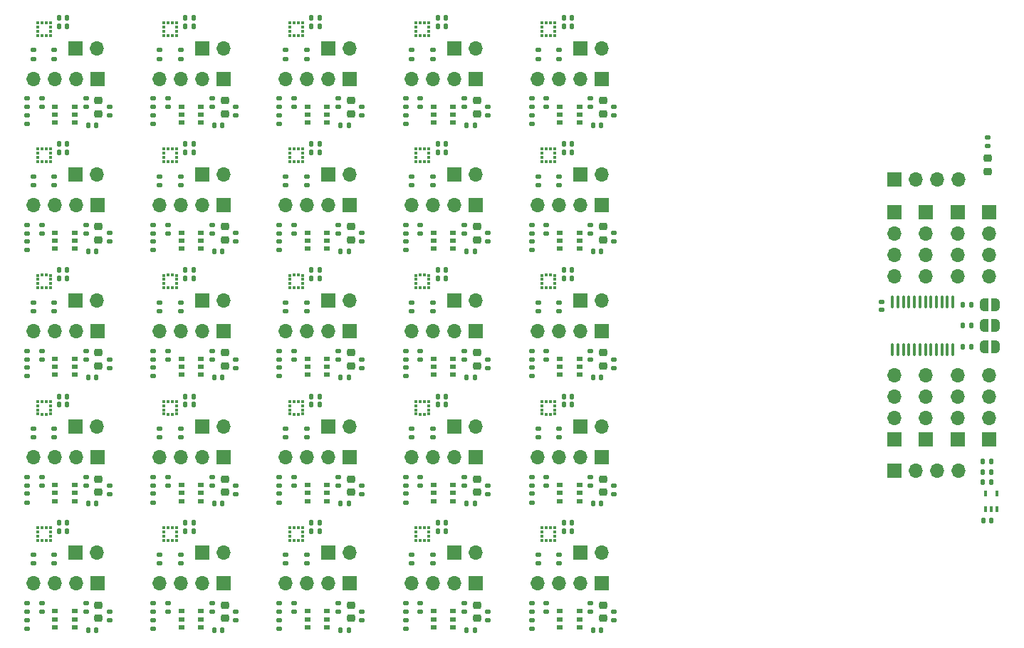
<source format=gbr>
%TF.GenerationSoftware,KiCad,Pcbnew,7.0.1*%
%TF.CreationDate,2025-01-23T23:42:59-05:00*%
%TF.ProjectId,Combined_Stencil2,436f6d62-696e-4656-945f-5374656e6369,rev?*%
%TF.SameCoordinates,Original*%
%TF.FileFunction,Soldermask,Top*%
%TF.FilePolarity,Negative*%
%FSLAX46Y46*%
G04 Gerber Fmt 4.6, Leading zero omitted, Abs format (unit mm)*
G04 Created by KiCad (PCBNEW 7.0.1) date 2025-01-23 23:42:59*
%MOMM*%
%LPD*%
G01*
G04 APERTURE LIST*
G04 Aperture macros list*
%AMRoundRect*
0 Rectangle with rounded corners*
0 $1 Rounding radius*
0 $2 $3 $4 $5 $6 $7 $8 $9 X,Y pos of 4 corners*
0 Add a 4 corners polygon primitive as box body*
4,1,4,$2,$3,$4,$5,$6,$7,$8,$9,$2,$3,0*
0 Add four circle primitives for the rounded corners*
1,1,$1+$1,$2,$3*
1,1,$1+$1,$4,$5*
1,1,$1+$1,$6,$7*
1,1,$1+$1,$8,$9*
0 Add four rect primitives between the rounded corners*
20,1,$1+$1,$2,$3,$4,$5,0*
20,1,$1+$1,$4,$5,$6,$7,0*
20,1,$1+$1,$6,$7,$8,$9,0*
20,1,$1+$1,$8,$9,$2,$3,0*%
%AMFreePoly0*
4,1,19,0.500000,-0.750000,0.000000,-0.750000,0.000000,-0.744911,-0.071157,-0.744911,-0.207708,-0.704816,-0.327430,-0.627875,-0.420627,-0.520320,-0.479746,-0.390866,-0.500000,-0.250000,-0.500000,0.250000,-0.479746,0.390866,-0.420627,0.520320,-0.327430,0.627875,-0.207708,0.704816,-0.071157,0.744911,0.000000,0.744911,0.000000,0.750000,0.500000,0.750000,0.500000,-0.750000,0.500000,-0.750000,
$1*%
%AMFreePoly1*
4,1,19,0.000000,0.744911,0.071157,0.744911,0.207708,0.704816,0.327430,0.627875,0.420627,0.520320,0.479746,0.390866,0.500000,0.250000,0.500000,-0.250000,0.479746,-0.390866,0.420627,-0.520320,0.327430,-0.627875,0.207708,-0.704816,0.071157,-0.744911,0.000000,-0.744911,0.000000,-0.750000,-0.500000,-0.750000,-0.500000,0.750000,0.000000,0.750000,0.000000,0.744911,0.000000,0.744911,
$1*%
G04 Aperture macros list end*
%ADD10R,1.700000X1.700000*%
%ADD11O,1.700000X1.700000*%
%ADD12FreePoly0,180.000000*%
%ADD13FreePoly1,180.000000*%
%ADD14RoundRect,0.135000X-0.135000X-0.185000X0.135000X-0.185000X0.135000X0.185000X-0.135000X0.185000X0*%
%ADD15RoundRect,0.140000X-0.140000X-0.170000X0.140000X-0.170000X0.140000X0.170000X-0.140000X0.170000X0*%
%ADD16RoundRect,0.135000X0.135000X0.185000X-0.135000X0.185000X-0.135000X-0.185000X0.135000X-0.185000X0*%
%ADD17RoundRect,0.218750X-0.256250X0.218750X-0.256250X-0.218750X0.256250X-0.218750X0.256250X0.218750X0*%
%ADD18RoundRect,0.100000X0.100000X-0.637500X0.100000X0.637500X-0.100000X0.637500X-0.100000X-0.637500X0*%
%ADD19RoundRect,0.140000X-0.170000X0.140000X-0.170000X-0.140000X0.170000X-0.140000X0.170000X0.140000X0*%
%ADD20R,0.400000X0.650000*%
%ADD21RoundRect,0.135000X0.185000X-0.135000X0.185000X0.135000X-0.185000X0.135000X-0.185000X-0.135000X0*%
%ADD22RoundRect,0.140000X0.140000X0.170000X-0.140000X0.170000X-0.140000X-0.170000X0.140000X-0.170000X0*%
%ADD23RoundRect,0.135000X-0.185000X0.135000X-0.185000X-0.135000X0.185000X-0.135000X0.185000X0.135000X0*%
%ADD24R,0.375000X0.350000*%
%ADD25R,0.350000X0.375000*%
%ADD26R,0.700000X0.510000*%
%ADD27RoundRect,0.218750X0.256250X-0.218750X0.256250X0.218750X-0.256250X0.218750X-0.256250X-0.218750X0*%
G04 APERTURE END LIST*
D10*
%TO.C,J4*%
X141880000Y-81750000D03*
D11*
X141880000Y-79210000D03*
X141880000Y-76670000D03*
X141880000Y-74130000D03*
%TD*%
D12*
%TO.C,JP1*%
X146380000Y-70750000D03*
D13*
X145080000Y-70750000D03*
%TD*%
D14*
%TO.C,R7*%
X142470000Y-70750000D03*
X143490000Y-70750000D03*
%TD*%
%TO.C,R6*%
X142480000Y-68250000D03*
X143500000Y-68250000D03*
%TD*%
D15*
%TO.C,C2*%
X144900000Y-86880000D03*
X145860000Y-86880000D03*
%TD*%
D10*
%TO.C,J10*%
X134380000Y-50875000D03*
D11*
X136920000Y-50875000D03*
X139460000Y-50875000D03*
X142000000Y-50875000D03*
%TD*%
D10*
%TO.C,J6*%
X145630000Y-54750000D03*
D11*
X145630000Y-57290000D03*
X145630000Y-59830000D03*
X145630000Y-62370000D03*
%TD*%
D10*
%TO.C,J9*%
X134380000Y-54750000D03*
D11*
X134380000Y-57290000D03*
X134380000Y-59830000D03*
X134380000Y-62370000D03*
%TD*%
D16*
%TO.C,R1*%
X145900000Y-85630000D03*
X144880000Y-85630000D03*
%TD*%
D10*
%TO.C,J1*%
X134380000Y-85500000D03*
D11*
X136920000Y-85500000D03*
X139460000Y-85500000D03*
X142000000Y-85500000D03*
%TD*%
D12*
%TO.C,JP3*%
X146380000Y-65750000D03*
D13*
X145080000Y-65750000D03*
%TD*%
D12*
%TO.C,JP2*%
X146380000Y-68250000D03*
D13*
X145080000Y-68250000D03*
%TD*%
D17*
%TO.C,D1*%
X145480000Y-48342500D03*
X145480000Y-49917500D03*
%TD*%
D18*
%TO.C,U6*%
X134155000Y-71112500D03*
X134805000Y-71112500D03*
X135455000Y-71112500D03*
X136105000Y-71112500D03*
X136755000Y-71112500D03*
X137405000Y-71112500D03*
X138055000Y-71112500D03*
X138705000Y-71112500D03*
X139355000Y-71112500D03*
X140005000Y-71112500D03*
X140655000Y-71112500D03*
X141305000Y-71112500D03*
X141305000Y-65387500D03*
X140655000Y-65387500D03*
X140005000Y-65387500D03*
X139355000Y-65387500D03*
X138705000Y-65387500D03*
X138055000Y-65387500D03*
X137405000Y-65387500D03*
X136755000Y-65387500D03*
X136105000Y-65387500D03*
X135455000Y-65387500D03*
X134805000Y-65387500D03*
X134155000Y-65387500D03*
%TD*%
D10*
%TO.C,J3*%
X138130000Y-81750000D03*
D11*
X138130000Y-79210000D03*
X138130000Y-76670000D03*
X138130000Y-74130000D03*
%TD*%
D15*
%TO.C,C1*%
X144920000Y-91380000D03*
X145880000Y-91380000D03*
%TD*%
D10*
%TO.C,J2*%
X134380000Y-81750000D03*
D11*
X134380000Y-79210000D03*
X134380000Y-76670000D03*
X134380000Y-74130000D03*
%TD*%
D14*
%TO.C,R5*%
X142480000Y-65750000D03*
X143500000Y-65750000D03*
%TD*%
D19*
%TO.C,C5*%
X132880000Y-65400000D03*
X132880000Y-66360000D03*
%TD*%
D10*
%TO.C,J7*%
X141880000Y-54750000D03*
D11*
X141880000Y-57290000D03*
X141880000Y-59830000D03*
X141880000Y-62370000D03*
%TD*%
D16*
%TO.C,R2*%
X145900000Y-84380000D03*
X144880000Y-84380000D03*
%TD*%
D10*
%TO.C,J5*%
X145630000Y-81750000D03*
D11*
X145630000Y-79210000D03*
X145630000Y-76670000D03*
X145630000Y-74130000D03*
%TD*%
D20*
%TO.C,U2*%
X145230000Y-90080000D03*
X145880000Y-90080000D03*
X146530000Y-90080000D03*
X146530000Y-88180000D03*
X145230000Y-88180000D03*
%TD*%
D10*
%TO.C,J8*%
X138130000Y-54750000D03*
D11*
X138130000Y-57290000D03*
X138130000Y-59830000D03*
X138130000Y-62370000D03*
%TD*%
D21*
%TO.C,R3*%
X145480000Y-46910000D03*
X145480000Y-45890000D03*
%TD*%
D10*
%TO.C,J1*%
X54600000Y-53900000D03*
D11*
X52060000Y-53900000D03*
X49520000Y-53900000D03*
X46980000Y-53900000D03*
%TD*%
D10*
%TO.C,J1*%
X69600000Y-98900000D03*
D11*
X67060000Y-98900000D03*
X64520000Y-98900000D03*
X61980000Y-98900000D03*
%TD*%
D10*
%TO.C,J1*%
X99600000Y-53900000D03*
D11*
X97060000Y-53900000D03*
X94520000Y-53900000D03*
X91980000Y-53900000D03*
%TD*%
D21*
%TO.C,R4*%
X61260000Y-89260000D03*
X61260000Y-88240000D03*
%TD*%
D22*
%TO.C,C2*%
X96030000Y-92650000D03*
X95070000Y-92650000D03*
%TD*%
D10*
%TO.C,J1*%
X39600000Y-53900000D03*
D11*
X37060000Y-53900000D03*
X34520000Y-53900000D03*
X31980000Y-53900000D03*
%TD*%
D10*
%TO.C,J1*%
X69600000Y-83900000D03*
D11*
X67060000Y-83900000D03*
X64520000Y-83900000D03*
X61980000Y-83900000D03*
%TD*%
D21*
%TO.C,R4*%
X46260000Y-89260000D03*
X46260000Y-88240000D03*
%TD*%
D10*
%TO.C,J1*%
X39600000Y-83900000D03*
D11*
X37060000Y-83900000D03*
X34520000Y-83900000D03*
X31980000Y-83900000D03*
%TD*%
D23*
%TO.C,R2*%
X91250000Y-101240000D03*
X91250000Y-102260000D03*
%TD*%
D21*
%TO.C,R6*%
X64500000Y-81510000D03*
X64500000Y-80490000D03*
%TD*%
D23*
%TO.C,R2*%
X61250000Y-56240000D03*
X61250000Y-57260000D03*
%TD*%
D24*
%TO.C,U2*%
X32487500Y-62250000D03*
X32487500Y-62750000D03*
X32487500Y-63250000D03*
X32487500Y-63750000D03*
D25*
X33000000Y-63762500D03*
X33500000Y-63762500D03*
D24*
X34012500Y-63750000D03*
X34012500Y-63250000D03*
X34012500Y-62750000D03*
X34012500Y-62250000D03*
D25*
X33500000Y-62237500D03*
X33000000Y-62237500D03*
%TD*%
D22*
%TO.C,C1*%
X54480000Y-104425000D03*
X53520000Y-104425000D03*
%TD*%
D24*
%TO.C,U2*%
X32487500Y-32250000D03*
X32487500Y-32750000D03*
X32487500Y-33250000D03*
X32487500Y-33750000D03*
D25*
X33000000Y-33762500D03*
X33500000Y-33762500D03*
D24*
X34012500Y-33750000D03*
X34012500Y-33250000D03*
X34012500Y-32750000D03*
X34012500Y-32250000D03*
D25*
X33500000Y-32237500D03*
X33000000Y-32237500D03*
%TD*%
D22*
%TO.C,C2*%
X66030000Y-92650000D03*
X65070000Y-92650000D03*
%TD*%
D21*
%TO.C,R5*%
X86050000Y-43260000D03*
X86050000Y-42240000D03*
%TD*%
D24*
%TO.C,U2*%
X32487500Y-47250000D03*
X32487500Y-47750000D03*
X32487500Y-48250000D03*
X32487500Y-48750000D03*
D25*
X33000000Y-48762500D03*
X33500000Y-48762500D03*
D24*
X34012500Y-48750000D03*
X34012500Y-48250000D03*
X34012500Y-47750000D03*
X34012500Y-47250000D03*
D25*
X33500000Y-47237500D03*
X33000000Y-47237500D03*
%TD*%
D21*
%TO.C,R4*%
X46260000Y-59260000D03*
X46260000Y-58240000D03*
%TD*%
%TO.C,R3*%
X98250000Y-42260000D03*
X98250000Y-41240000D03*
%TD*%
%TO.C,R3*%
X98250000Y-102260000D03*
X98250000Y-101240000D03*
%TD*%
D22*
%TO.C,C2*%
X51030000Y-32650000D03*
X50070000Y-32650000D03*
%TD*%
D23*
%TO.C,R1*%
X63000000Y-71240000D03*
X63000000Y-72260000D03*
%TD*%
D22*
%TO.C,C3*%
X81030000Y-46650000D03*
X80070000Y-46650000D03*
%TD*%
D26*
%TO.C,U1*%
X94590000Y-72200000D03*
X94590000Y-73150000D03*
X94590000Y-74100000D03*
X96910000Y-74100000D03*
X96910000Y-73150000D03*
X96910000Y-72200000D03*
%TD*%
%TO.C,U1*%
X34590000Y-87200000D03*
X34590000Y-88150000D03*
X34590000Y-89100000D03*
X36910000Y-89100000D03*
X36910000Y-88150000D03*
X36910000Y-87200000D03*
%TD*%
D24*
%TO.C,U2*%
X32487500Y-77250000D03*
X32487500Y-77750000D03*
X32487500Y-78250000D03*
X32487500Y-78750000D03*
D25*
X33000000Y-78762500D03*
X33500000Y-78762500D03*
D24*
X34012500Y-78750000D03*
X34012500Y-78250000D03*
X34012500Y-77750000D03*
X34012500Y-77250000D03*
D25*
X33500000Y-77237500D03*
X33000000Y-77237500D03*
%TD*%
D21*
%TO.C,R7*%
X32000000Y-66510000D03*
X32000000Y-65490000D03*
%TD*%
D24*
%TO.C,U2*%
X92487500Y-92250000D03*
X92487500Y-92750000D03*
X92487500Y-93250000D03*
X92487500Y-93750000D03*
D25*
X93000000Y-93762500D03*
X93500000Y-93762500D03*
D24*
X94012500Y-93750000D03*
X94012500Y-93250000D03*
X94012500Y-92750000D03*
X94012500Y-92250000D03*
D25*
X93500000Y-92237500D03*
X93000000Y-92237500D03*
%TD*%
D23*
%TO.C,R2*%
X61250000Y-86240000D03*
X61250000Y-87260000D03*
%TD*%
%TO.C,R2*%
X76250000Y-56240000D03*
X76250000Y-57260000D03*
%TD*%
D10*
%TO.C,J2*%
X37040000Y-35250000D03*
D11*
X39580000Y-35250000D03*
%TD*%
D21*
%TO.C,R4*%
X31260000Y-44260000D03*
X31260000Y-43240000D03*
%TD*%
%TO.C,R4*%
X91260000Y-89260000D03*
X91260000Y-88240000D03*
%TD*%
D27*
%TO.C,D1*%
X54750000Y-58037500D03*
X54750000Y-56462500D03*
%TD*%
D21*
%TO.C,R6*%
X94500000Y-81510000D03*
X94500000Y-80490000D03*
%TD*%
D23*
%TO.C,R1*%
X78000000Y-56240000D03*
X78000000Y-57260000D03*
%TD*%
D10*
%TO.C,J2*%
X97040000Y-35250000D03*
D11*
X99580000Y-35250000D03*
%TD*%
D10*
%TO.C,J2*%
X67040000Y-80250000D03*
D11*
X69580000Y-80250000D03*
%TD*%
D21*
%TO.C,R4*%
X46260000Y-44260000D03*
X46260000Y-43240000D03*
%TD*%
D23*
%TO.C,R1*%
X78000000Y-41240000D03*
X78000000Y-42260000D03*
%TD*%
D21*
%TO.C,R5*%
X71050000Y-58260000D03*
X71050000Y-57240000D03*
%TD*%
D22*
%TO.C,C1*%
X39480000Y-44425000D03*
X38520000Y-44425000D03*
%TD*%
D21*
%TO.C,R6*%
X79500000Y-96510000D03*
X79500000Y-95490000D03*
%TD*%
D10*
%TO.C,J2*%
X82040000Y-95250000D03*
D11*
X84580000Y-95250000D03*
%TD*%
D22*
%TO.C,C3*%
X36030000Y-61650000D03*
X35070000Y-61650000D03*
%TD*%
D21*
%TO.C,R4*%
X76260000Y-104260000D03*
X76260000Y-103240000D03*
%TD*%
D22*
%TO.C,C3*%
X36030000Y-91650000D03*
X35070000Y-91650000D03*
%TD*%
%TO.C,C2*%
X51030000Y-92650000D03*
X50070000Y-92650000D03*
%TD*%
%TO.C,C3*%
X96030000Y-76650000D03*
X95070000Y-76650000D03*
%TD*%
%TO.C,C2*%
X36030000Y-62650000D03*
X35070000Y-62650000D03*
%TD*%
%TO.C,C1*%
X84480000Y-89425000D03*
X83520000Y-89425000D03*
%TD*%
D21*
%TO.C,R4*%
X31260000Y-74260000D03*
X31260000Y-73240000D03*
%TD*%
D27*
%TO.C,D1*%
X99750000Y-73037500D03*
X99750000Y-71462500D03*
%TD*%
D26*
%TO.C,U1*%
X34590000Y-57200000D03*
X34590000Y-58150000D03*
X34590000Y-59100000D03*
X36910000Y-59100000D03*
X36910000Y-58150000D03*
X36910000Y-57200000D03*
%TD*%
D22*
%TO.C,C2*%
X81030000Y-62650000D03*
X80070000Y-62650000D03*
%TD*%
D21*
%TO.C,R4*%
X31260000Y-59260000D03*
X31260000Y-58240000D03*
%TD*%
D27*
%TO.C,D1*%
X69750000Y-73037500D03*
X69750000Y-71462500D03*
%TD*%
D23*
%TO.C,R2*%
X91250000Y-86240000D03*
X91250000Y-87260000D03*
%TD*%
D24*
%TO.C,U2*%
X77487500Y-47250000D03*
X77487500Y-47750000D03*
X77487500Y-48250000D03*
X77487500Y-48750000D03*
D25*
X78000000Y-48762500D03*
X78500000Y-48762500D03*
D24*
X79012500Y-48750000D03*
X79012500Y-48250000D03*
X79012500Y-47750000D03*
X79012500Y-47250000D03*
D25*
X78500000Y-47237500D03*
X78000000Y-47237500D03*
%TD*%
D21*
%TO.C,R6*%
X49500000Y-36510000D03*
X49500000Y-35490000D03*
%TD*%
%TO.C,R4*%
X46260000Y-74260000D03*
X46260000Y-73240000D03*
%TD*%
D22*
%TO.C,C3*%
X66030000Y-31650000D03*
X65070000Y-31650000D03*
%TD*%
D24*
%TO.C,U2*%
X47487500Y-77250000D03*
X47487500Y-77750000D03*
X47487500Y-78250000D03*
X47487500Y-78750000D03*
D25*
X48000000Y-78762500D03*
X48500000Y-78762500D03*
D24*
X49012500Y-78750000D03*
X49012500Y-78250000D03*
X49012500Y-77750000D03*
X49012500Y-77250000D03*
D25*
X48500000Y-77237500D03*
X48000000Y-77237500D03*
%TD*%
D21*
%TO.C,R6*%
X94500000Y-36510000D03*
X94500000Y-35490000D03*
%TD*%
D22*
%TO.C,C3*%
X81030000Y-31650000D03*
X80070000Y-31650000D03*
%TD*%
D21*
%TO.C,R3*%
X83250000Y-102260000D03*
X83250000Y-101240000D03*
%TD*%
%TO.C,R6*%
X49500000Y-51510000D03*
X49500000Y-50490000D03*
%TD*%
D24*
%TO.C,U2*%
X92487500Y-77250000D03*
X92487500Y-77750000D03*
X92487500Y-78250000D03*
X92487500Y-78750000D03*
D25*
X93000000Y-78762500D03*
X93500000Y-78762500D03*
D24*
X94012500Y-78750000D03*
X94012500Y-78250000D03*
X94012500Y-77750000D03*
X94012500Y-77250000D03*
D25*
X93500000Y-77237500D03*
X93000000Y-77237500D03*
%TD*%
D23*
%TO.C,R2*%
X91250000Y-56240000D03*
X91250000Y-57260000D03*
%TD*%
D10*
%TO.C,J2*%
X37040000Y-80250000D03*
D11*
X39580000Y-80250000D03*
%TD*%
D22*
%TO.C,C1*%
X54480000Y-89425000D03*
X53520000Y-89425000D03*
%TD*%
D21*
%TO.C,R4*%
X31260000Y-89260000D03*
X31260000Y-88240000D03*
%TD*%
D22*
%TO.C,C3*%
X96030000Y-91650000D03*
X95070000Y-91650000D03*
%TD*%
D26*
%TO.C,U1*%
X49590000Y-42200000D03*
X49590000Y-43150000D03*
X49590000Y-44100000D03*
X51910000Y-44100000D03*
X51910000Y-43150000D03*
X51910000Y-42200000D03*
%TD*%
D21*
%TO.C,R5*%
X41050000Y-73260000D03*
X41050000Y-72240000D03*
%TD*%
D10*
%TO.C,J2*%
X67040000Y-50250000D03*
D11*
X69580000Y-50250000D03*
%TD*%
D22*
%TO.C,C2*%
X81030000Y-47650000D03*
X80070000Y-47650000D03*
%TD*%
D21*
%TO.C,R7*%
X77000000Y-36510000D03*
X77000000Y-35490000D03*
%TD*%
D27*
%TO.C,D1*%
X54750000Y-103037500D03*
X54750000Y-101462500D03*
%TD*%
D21*
%TO.C,R3*%
X68250000Y-87260000D03*
X68250000Y-86240000D03*
%TD*%
D23*
%TO.C,R2*%
X46250000Y-86240000D03*
X46250000Y-87260000D03*
%TD*%
D22*
%TO.C,C1*%
X39480000Y-104425000D03*
X38520000Y-104425000D03*
%TD*%
D10*
%TO.C,J1*%
X54600000Y-38900000D03*
D11*
X52060000Y-38900000D03*
X49520000Y-38900000D03*
X46980000Y-38900000D03*
%TD*%
D10*
%TO.C,J1*%
X99600000Y-98900000D03*
D11*
X97060000Y-98900000D03*
X94520000Y-98900000D03*
X91980000Y-98900000D03*
%TD*%
D10*
%TO.C,J1*%
X84600000Y-83900000D03*
D11*
X82060000Y-83900000D03*
X79520000Y-83900000D03*
X76980000Y-83900000D03*
%TD*%
D10*
%TO.C,J1*%
X84600000Y-38900000D03*
D11*
X82060000Y-38900000D03*
X79520000Y-38900000D03*
X76980000Y-38900000D03*
%TD*%
D10*
%TO.C,J1*%
X54600000Y-68900000D03*
D11*
X52060000Y-68900000D03*
X49520000Y-68900000D03*
X46980000Y-68900000D03*
%TD*%
D10*
%TO.C,J1*%
X54600000Y-83900000D03*
D11*
X52060000Y-83900000D03*
X49520000Y-83900000D03*
X46980000Y-83900000D03*
%TD*%
D10*
%TO.C,J1*%
X84600000Y-98900000D03*
D11*
X82060000Y-98900000D03*
X79520000Y-98900000D03*
X76980000Y-98900000D03*
%TD*%
D10*
%TO.C,J1*%
X39600000Y-68900000D03*
D11*
X37060000Y-68900000D03*
X34520000Y-68900000D03*
X31980000Y-68900000D03*
%TD*%
D10*
%TO.C,J1*%
X54600000Y-98900000D03*
D11*
X52060000Y-98900000D03*
X49520000Y-98900000D03*
X46980000Y-98900000D03*
%TD*%
D10*
%TO.C,J1*%
X69600000Y-53900000D03*
D11*
X67060000Y-53900000D03*
X64520000Y-53900000D03*
X61980000Y-53900000D03*
%TD*%
D10*
%TO.C,J1*%
X99600000Y-68900000D03*
D11*
X97060000Y-68900000D03*
X94520000Y-68900000D03*
X91980000Y-68900000D03*
%TD*%
D10*
%TO.C,J1*%
X39600000Y-38900000D03*
D11*
X37060000Y-38900000D03*
X34520000Y-38900000D03*
X31980000Y-38900000D03*
%TD*%
D10*
%TO.C,J1*%
X69600000Y-68900000D03*
D11*
X67060000Y-68900000D03*
X64520000Y-68900000D03*
X61980000Y-68900000D03*
%TD*%
D10*
%TO.C,J1*%
X84600000Y-53900000D03*
D11*
X82060000Y-53900000D03*
X79520000Y-53900000D03*
X76980000Y-53900000D03*
%TD*%
D10*
%TO.C,J1*%
X99600000Y-83900000D03*
D11*
X97060000Y-83900000D03*
X94520000Y-83900000D03*
X91980000Y-83900000D03*
%TD*%
D10*
%TO.C,J1*%
X84600000Y-68900000D03*
D11*
X82060000Y-68900000D03*
X79520000Y-68900000D03*
X76980000Y-68900000D03*
%TD*%
D10*
%TO.C,J1*%
X99600000Y-38900000D03*
D11*
X97060000Y-38900000D03*
X94520000Y-38900000D03*
X91980000Y-38900000D03*
%TD*%
D10*
%TO.C,J1*%
X39600000Y-98900000D03*
D11*
X37060000Y-98900000D03*
X34520000Y-98900000D03*
X31980000Y-98900000D03*
%TD*%
D10*
%TO.C,J1*%
X69600000Y-38900000D03*
D11*
X67060000Y-38900000D03*
X64520000Y-38900000D03*
X61980000Y-38900000D03*
%TD*%
D22*
%TO.C,C2*%
X96030000Y-62650000D03*
X95070000Y-62650000D03*
%TD*%
D23*
%TO.C,R1*%
X63000000Y-101240000D03*
X63000000Y-102260000D03*
%TD*%
%TO.C,R2*%
X76250000Y-101240000D03*
X76250000Y-102260000D03*
%TD*%
%TO.C,R1*%
X93000000Y-71240000D03*
X93000000Y-72260000D03*
%TD*%
D21*
%TO.C,R6*%
X79500000Y-81510000D03*
X79500000Y-80490000D03*
%TD*%
%TO.C,R3*%
X53250000Y-42260000D03*
X53250000Y-41240000D03*
%TD*%
%TO.C,R5*%
X101050000Y-73260000D03*
X101050000Y-72240000D03*
%TD*%
D27*
%TO.C,D1*%
X69750000Y-103037500D03*
X69750000Y-101462500D03*
%TD*%
D21*
%TO.C,R6*%
X34500000Y-66510000D03*
X34500000Y-65490000D03*
%TD*%
%TO.C,R6*%
X79500000Y-51510000D03*
X79500000Y-50490000D03*
%TD*%
D23*
%TO.C,R2*%
X61250000Y-41240000D03*
X61250000Y-42260000D03*
%TD*%
D21*
%TO.C,R3*%
X53250000Y-102260000D03*
X53250000Y-101240000D03*
%TD*%
D26*
%TO.C,U1*%
X64590000Y-57200000D03*
X64590000Y-58150000D03*
X64590000Y-59100000D03*
X66910000Y-59100000D03*
X66910000Y-58150000D03*
X66910000Y-57200000D03*
%TD*%
D10*
%TO.C,J2*%
X52040000Y-35250000D03*
D11*
X54580000Y-35250000D03*
%TD*%
D21*
%TO.C,R3*%
X68250000Y-42260000D03*
X68250000Y-41240000D03*
%TD*%
D22*
%TO.C,C3*%
X96030000Y-31650000D03*
X95070000Y-31650000D03*
%TD*%
D10*
%TO.C,J2*%
X97040000Y-50250000D03*
D11*
X99580000Y-50250000D03*
%TD*%
D21*
%TO.C,R7*%
X92000000Y-36510000D03*
X92000000Y-35490000D03*
%TD*%
%TO.C,R5*%
X56050000Y-43260000D03*
X56050000Y-42240000D03*
%TD*%
D22*
%TO.C,C3*%
X96030000Y-61650000D03*
X95070000Y-61650000D03*
%TD*%
D26*
%TO.C,U1*%
X79590000Y-72200000D03*
X79590000Y-73150000D03*
X79590000Y-74100000D03*
X81910000Y-74100000D03*
X81910000Y-73150000D03*
X81910000Y-72200000D03*
%TD*%
D22*
%TO.C,C3*%
X66030000Y-76650000D03*
X65070000Y-76650000D03*
%TD*%
D21*
%TO.C,R7*%
X77000000Y-96510000D03*
X77000000Y-95490000D03*
%TD*%
D10*
%TO.C,J2*%
X52040000Y-80250000D03*
D11*
X54580000Y-80250000D03*
%TD*%
D23*
%TO.C,R1*%
X63000000Y-56240000D03*
X63000000Y-57260000D03*
%TD*%
D21*
%TO.C,R6*%
X34500000Y-96510000D03*
X34500000Y-95490000D03*
%TD*%
D22*
%TO.C,C1*%
X39480000Y-89425000D03*
X38520000Y-89425000D03*
%TD*%
D21*
%TO.C,R6*%
X64500000Y-51510000D03*
X64500000Y-50490000D03*
%TD*%
%TO.C,R3*%
X98250000Y-57260000D03*
X98250000Y-56240000D03*
%TD*%
D23*
%TO.C,R2*%
X46250000Y-56240000D03*
X46250000Y-57260000D03*
%TD*%
D21*
%TO.C,R5*%
X86050000Y-58260000D03*
X86050000Y-57240000D03*
%TD*%
D23*
%TO.C,R1*%
X33000000Y-41240000D03*
X33000000Y-42260000D03*
%TD*%
D21*
%TO.C,R7*%
X32000000Y-51510000D03*
X32000000Y-50490000D03*
%TD*%
%TO.C,R3*%
X83250000Y-57260000D03*
X83250000Y-56240000D03*
%TD*%
D22*
%TO.C,C2*%
X96030000Y-47650000D03*
X95070000Y-47650000D03*
%TD*%
%TO.C,C1*%
X99480000Y-89425000D03*
X98520000Y-89425000D03*
%TD*%
D26*
%TO.C,U1*%
X34590000Y-102200000D03*
X34590000Y-103150000D03*
X34590000Y-104100000D03*
X36910000Y-104100000D03*
X36910000Y-103150000D03*
X36910000Y-102200000D03*
%TD*%
D21*
%TO.C,R4*%
X61260000Y-74260000D03*
X61260000Y-73240000D03*
%TD*%
D24*
%TO.C,U2*%
X92487500Y-62250000D03*
X92487500Y-62750000D03*
X92487500Y-63250000D03*
X92487500Y-63750000D03*
D25*
X93000000Y-63762500D03*
X93500000Y-63762500D03*
D24*
X94012500Y-63750000D03*
X94012500Y-63250000D03*
X94012500Y-62750000D03*
X94012500Y-62250000D03*
D25*
X93500000Y-62237500D03*
X93000000Y-62237500D03*
%TD*%
D26*
%TO.C,U1*%
X64590000Y-102200000D03*
X64590000Y-103150000D03*
X64590000Y-104100000D03*
X66910000Y-104100000D03*
X66910000Y-103150000D03*
X66910000Y-102200000D03*
%TD*%
%TO.C,U1*%
X79590000Y-57200000D03*
X79590000Y-58150000D03*
X79590000Y-59100000D03*
X81910000Y-59100000D03*
X81910000Y-58150000D03*
X81910000Y-57200000D03*
%TD*%
D10*
%TO.C,J2*%
X82040000Y-35250000D03*
D11*
X84580000Y-35250000D03*
%TD*%
D22*
%TO.C,C2*%
X96030000Y-32650000D03*
X95070000Y-32650000D03*
%TD*%
D26*
%TO.C,U1*%
X94590000Y-42200000D03*
X94590000Y-43150000D03*
X94590000Y-44100000D03*
X96910000Y-44100000D03*
X96910000Y-43150000D03*
X96910000Y-42200000D03*
%TD*%
D22*
%TO.C,C1*%
X39480000Y-59425000D03*
X38520000Y-59425000D03*
%TD*%
D26*
%TO.C,U1*%
X49590000Y-72200000D03*
X49590000Y-73150000D03*
X49590000Y-74100000D03*
X51910000Y-74100000D03*
X51910000Y-73150000D03*
X51910000Y-72200000D03*
%TD*%
D21*
%TO.C,R7*%
X92000000Y-51510000D03*
X92000000Y-50490000D03*
%TD*%
%TO.C,R5*%
X101050000Y-43260000D03*
X101050000Y-42240000D03*
%TD*%
D23*
%TO.C,R2*%
X61250000Y-101240000D03*
X61250000Y-102260000D03*
%TD*%
D27*
%TO.C,D1*%
X84750000Y-103037500D03*
X84750000Y-101462500D03*
%TD*%
D26*
%TO.C,U1*%
X94590000Y-102200000D03*
X94590000Y-103150000D03*
X94590000Y-104100000D03*
X96910000Y-104100000D03*
X96910000Y-103150000D03*
X96910000Y-102200000D03*
%TD*%
D21*
%TO.C,R4*%
X76260000Y-74260000D03*
X76260000Y-73240000D03*
%TD*%
%TO.C,R6*%
X94500000Y-96510000D03*
X94500000Y-95490000D03*
%TD*%
D23*
%TO.C,R1*%
X48000000Y-56240000D03*
X48000000Y-57260000D03*
%TD*%
D21*
%TO.C,R3*%
X38250000Y-87260000D03*
X38250000Y-86240000D03*
%TD*%
D22*
%TO.C,C3*%
X81030000Y-61650000D03*
X80070000Y-61650000D03*
%TD*%
D21*
%TO.C,R5*%
X71050000Y-88260000D03*
X71050000Y-87240000D03*
%TD*%
%TO.C,R4*%
X76260000Y-44260000D03*
X76260000Y-43240000D03*
%TD*%
%TO.C,R5*%
X71050000Y-103260000D03*
X71050000Y-102240000D03*
%TD*%
%TO.C,R3*%
X98250000Y-72260000D03*
X98250000Y-71240000D03*
%TD*%
%TO.C,R6*%
X64500000Y-36510000D03*
X64500000Y-35490000D03*
%TD*%
D27*
%TO.C,D1*%
X99750000Y-43037500D03*
X99750000Y-41462500D03*
%TD*%
D23*
%TO.C,R2*%
X91250000Y-41240000D03*
X91250000Y-42260000D03*
%TD*%
D22*
%TO.C,C3*%
X51030000Y-61650000D03*
X50070000Y-61650000D03*
%TD*%
D21*
%TO.C,R7*%
X77000000Y-66510000D03*
X77000000Y-65490000D03*
%TD*%
D22*
%TO.C,C3*%
X36030000Y-31650000D03*
X35070000Y-31650000D03*
%TD*%
D10*
%TO.C,J2*%
X52040000Y-50250000D03*
D11*
X54580000Y-50250000D03*
%TD*%
D21*
%TO.C,R3*%
X38250000Y-72260000D03*
X38250000Y-71240000D03*
%TD*%
%TO.C,R5*%
X56050000Y-73260000D03*
X56050000Y-72240000D03*
%TD*%
%TO.C,R7*%
X47000000Y-96510000D03*
X47000000Y-95490000D03*
%TD*%
%TO.C,R5*%
X41050000Y-103260000D03*
X41050000Y-102240000D03*
%TD*%
%TO.C,R6*%
X79500000Y-36510000D03*
X79500000Y-35490000D03*
%TD*%
D27*
%TO.C,D1*%
X99750000Y-58037500D03*
X99750000Y-56462500D03*
%TD*%
D23*
%TO.C,R1*%
X78000000Y-101240000D03*
X78000000Y-102260000D03*
%TD*%
D22*
%TO.C,C2*%
X96030000Y-77650000D03*
X95070000Y-77650000D03*
%TD*%
D21*
%TO.C,R3*%
X68250000Y-72260000D03*
X68250000Y-71240000D03*
%TD*%
D22*
%TO.C,C1*%
X99480000Y-74425000D03*
X98520000Y-74425000D03*
%TD*%
%TO.C,C1*%
X99480000Y-44425000D03*
X98520000Y-44425000D03*
%TD*%
D21*
%TO.C,R7*%
X62000000Y-51510000D03*
X62000000Y-50490000D03*
%TD*%
D10*
%TO.C,J2*%
X97040000Y-95250000D03*
D11*
X99580000Y-95250000D03*
%TD*%
D21*
%TO.C,R4*%
X31260000Y-104260000D03*
X31260000Y-103240000D03*
%TD*%
D10*
%TO.C,J2*%
X67040000Y-35250000D03*
D11*
X69580000Y-35250000D03*
%TD*%
D22*
%TO.C,C1*%
X84480000Y-74425000D03*
X83520000Y-74425000D03*
%TD*%
D24*
%TO.C,U2*%
X77487500Y-62250000D03*
X77487500Y-62750000D03*
X77487500Y-63250000D03*
X77487500Y-63750000D03*
D25*
X78000000Y-63762500D03*
X78500000Y-63762500D03*
D24*
X79012500Y-63750000D03*
X79012500Y-63250000D03*
X79012500Y-62750000D03*
X79012500Y-62250000D03*
D25*
X78500000Y-62237500D03*
X78000000Y-62237500D03*
%TD*%
D21*
%TO.C,R7*%
X32000000Y-81510000D03*
X32000000Y-80490000D03*
%TD*%
D22*
%TO.C,C2*%
X66030000Y-77650000D03*
X65070000Y-77650000D03*
%TD*%
D21*
%TO.C,R7*%
X62000000Y-66510000D03*
X62000000Y-65490000D03*
%TD*%
%TO.C,R4*%
X91260000Y-104260000D03*
X91260000Y-103240000D03*
%TD*%
D10*
%TO.C,J2*%
X67040000Y-95250000D03*
D11*
X69580000Y-95250000D03*
%TD*%
D26*
%TO.C,U1*%
X94590000Y-87200000D03*
X94590000Y-88150000D03*
X94590000Y-89100000D03*
X96910000Y-89100000D03*
X96910000Y-88150000D03*
X96910000Y-87200000D03*
%TD*%
D21*
%TO.C,R4*%
X61260000Y-59260000D03*
X61260000Y-58240000D03*
%TD*%
D22*
%TO.C,C1*%
X39480000Y-74425000D03*
X38520000Y-74425000D03*
%TD*%
D24*
%TO.C,U2*%
X62487500Y-77250000D03*
X62487500Y-77750000D03*
X62487500Y-78250000D03*
X62487500Y-78750000D03*
D25*
X63000000Y-78762500D03*
X63500000Y-78762500D03*
D24*
X64012500Y-78750000D03*
X64012500Y-78250000D03*
X64012500Y-77750000D03*
X64012500Y-77250000D03*
D25*
X63500000Y-77237500D03*
X63000000Y-77237500D03*
%TD*%
D23*
%TO.C,R1*%
X78000000Y-71240000D03*
X78000000Y-72260000D03*
%TD*%
%TO.C,R2*%
X31250000Y-101240000D03*
X31250000Y-102260000D03*
%TD*%
D22*
%TO.C,C2*%
X81030000Y-77650000D03*
X80070000Y-77650000D03*
%TD*%
D23*
%TO.C,R2*%
X46250000Y-101240000D03*
X46250000Y-102260000D03*
%TD*%
D21*
%TO.C,R7*%
X77000000Y-81510000D03*
X77000000Y-80490000D03*
%TD*%
D27*
%TO.C,D1*%
X39750000Y-73037500D03*
X39750000Y-71462500D03*
%TD*%
D21*
%TO.C,R7*%
X47000000Y-51510000D03*
X47000000Y-50490000D03*
%TD*%
D24*
%TO.C,U2*%
X32487500Y-92250000D03*
X32487500Y-92750000D03*
X32487500Y-93250000D03*
X32487500Y-93750000D03*
D25*
X33000000Y-93762500D03*
X33500000Y-93762500D03*
D24*
X34012500Y-93750000D03*
X34012500Y-93250000D03*
X34012500Y-92750000D03*
X34012500Y-92250000D03*
D25*
X33500000Y-92237500D03*
X33000000Y-92237500D03*
%TD*%
D21*
%TO.C,R7*%
X92000000Y-81510000D03*
X92000000Y-80490000D03*
%TD*%
D26*
%TO.C,U1*%
X49590000Y-57200000D03*
X49590000Y-58150000D03*
X49590000Y-59100000D03*
X51910000Y-59100000D03*
X51910000Y-58150000D03*
X51910000Y-57200000D03*
%TD*%
D21*
%TO.C,R6*%
X94500000Y-66510000D03*
X94500000Y-65490000D03*
%TD*%
D22*
%TO.C,C3*%
X51030000Y-46650000D03*
X50070000Y-46650000D03*
%TD*%
D10*
%TO.C,J2*%
X37040000Y-65250000D03*
D11*
X39580000Y-65250000D03*
%TD*%
D27*
%TO.C,D1*%
X69750000Y-43037500D03*
X69750000Y-41462500D03*
%TD*%
D22*
%TO.C,C3*%
X96030000Y-46650000D03*
X95070000Y-46650000D03*
%TD*%
D23*
%TO.C,R1*%
X93000000Y-56240000D03*
X93000000Y-57260000D03*
%TD*%
D21*
%TO.C,R5*%
X86050000Y-73260000D03*
X86050000Y-72240000D03*
%TD*%
%TO.C,R7*%
X62000000Y-36510000D03*
X62000000Y-35490000D03*
%TD*%
D24*
%TO.C,U2*%
X77487500Y-32250000D03*
X77487500Y-32750000D03*
X77487500Y-33250000D03*
X77487500Y-33750000D03*
D25*
X78000000Y-33762500D03*
X78500000Y-33762500D03*
D24*
X79012500Y-33750000D03*
X79012500Y-33250000D03*
X79012500Y-32750000D03*
X79012500Y-32250000D03*
D25*
X78500000Y-32237500D03*
X78000000Y-32237500D03*
%TD*%
D23*
%TO.C,R2*%
X76250000Y-86240000D03*
X76250000Y-87260000D03*
%TD*%
D21*
%TO.C,R5*%
X41050000Y-88260000D03*
X41050000Y-87240000D03*
%TD*%
D23*
%TO.C,R1*%
X48000000Y-71240000D03*
X48000000Y-72260000D03*
%TD*%
D21*
%TO.C,R4*%
X76260000Y-59260000D03*
X76260000Y-58240000D03*
%TD*%
%TO.C,R3*%
X53250000Y-87260000D03*
X53250000Y-86240000D03*
%TD*%
D27*
%TO.C,D1*%
X54750000Y-43037500D03*
X54750000Y-41462500D03*
%TD*%
D21*
%TO.C,R7*%
X47000000Y-36510000D03*
X47000000Y-35490000D03*
%TD*%
%TO.C,R3*%
X83250000Y-42260000D03*
X83250000Y-41240000D03*
%TD*%
%TO.C,R6*%
X94500000Y-51510000D03*
X94500000Y-50490000D03*
%TD*%
%TO.C,R5*%
X101050000Y-103260000D03*
X101050000Y-102240000D03*
%TD*%
D27*
%TO.C,D1*%
X39750000Y-103037500D03*
X39750000Y-101462500D03*
%TD*%
D23*
%TO.C,R1*%
X63000000Y-86240000D03*
X63000000Y-87260000D03*
%TD*%
D27*
%TO.C,D1*%
X69750000Y-58037500D03*
X69750000Y-56462500D03*
%TD*%
%TO.C,D1*%
X54750000Y-73037500D03*
X54750000Y-71462500D03*
%TD*%
D21*
%TO.C,R7*%
X32000000Y-36510000D03*
X32000000Y-35490000D03*
%TD*%
%TO.C,R3*%
X38250000Y-42260000D03*
X38250000Y-41240000D03*
%TD*%
D22*
%TO.C,C1*%
X69480000Y-74425000D03*
X68520000Y-74425000D03*
%TD*%
D10*
%TO.C,J2*%
X52040000Y-95250000D03*
D11*
X54580000Y-95250000D03*
%TD*%
D22*
%TO.C,C2*%
X51030000Y-47650000D03*
X50070000Y-47650000D03*
%TD*%
D23*
%TO.C,R1*%
X33000000Y-71240000D03*
X33000000Y-72260000D03*
%TD*%
%TO.C,R1*%
X33000000Y-56240000D03*
X33000000Y-57260000D03*
%TD*%
D10*
%TO.C,J2*%
X37040000Y-95250000D03*
D11*
X39580000Y-95250000D03*
%TD*%
D21*
%TO.C,R4*%
X91260000Y-74260000D03*
X91260000Y-73240000D03*
%TD*%
D26*
%TO.C,U1*%
X64590000Y-42200000D03*
X64590000Y-43150000D03*
X64590000Y-44100000D03*
X66910000Y-44100000D03*
X66910000Y-43150000D03*
X66910000Y-42200000D03*
%TD*%
D22*
%TO.C,C3*%
X36030000Y-46650000D03*
X35070000Y-46650000D03*
%TD*%
D27*
%TO.C,D1*%
X84750000Y-88037500D03*
X84750000Y-86462500D03*
%TD*%
D21*
%TO.C,R5*%
X41050000Y-43260000D03*
X41050000Y-42240000D03*
%TD*%
D22*
%TO.C,C2*%
X66030000Y-47650000D03*
X65070000Y-47650000D03*
%TD*%
D27*
%TO.C,D1*%
X84750000Y-43037500D03*
X84750000Y-41462500D03*
%TD*%
D21*
%TO.C,R4*%
X91260000Y-59260000D03*
X91260000Y-58240000D03*
%TD*%
D22*
%TO.C,C1*%
X54480000Y-74425000D03*
X53520000Y-74425000D03*
%TD*%
D23*
%TO.C,R1*%
X33000000Y-86240000D03*
X33000000Y-87260000D03*
%TD*%
D22*
%TO.C,C2*%
X81030000Y-92650000D03*
X80070000Y-92650000D03*
%TD*%
D21*
%TO.C,R4*%
X76260000Y-89260000D03*
X76260000Y-88240000D03*
%TD*%
%TO.C,R7*%
X62000000Y-96510000D03*
X62000000Y-95490000D03*
%TD*%
D22*
%TO.C,C1*%
X99480000Y-59425000D03*
X98520000Y-59425000D03*
%TD*%
D21*
%TO.C,R7*%
X92000000Y-66510000D03*
X92000000Y-65490000D03*
%TD*%
D27*
%TO.C,D1*%
X39750000Y-43037500D03*
X39750000Y-41462500D03*
%TD*%
D26*
%TO.C,U1*%
X79590000Y-42200000D03*
X79590000Y-43150000D03*
X79590000Y-44100000D03*
X81910000Y-44100000D03*
X81910000Y-43150000D03*
X81910000Y-42200000D03*
%TD*%
D21*
%TO.C,R4*%
X91260000Y-44260000D03*
X91260000Y-43240000D03*
%TD*%
%TO.C,R5*%
X101050000Y-58260000D03*
X101050000Y-57240000D03*
%TD*%
D23*
%TO.C,R2*%
X31250000Y-86240000D03*
X31250000Y-87260000D03*
%TD*%
D26*
%TO.C,U1*%
X64590000Y-72200000D03*
X64590000Y-73150000D03*
X64590000Y-74100000D03*
X66910000Y-74100000D03*
X66910000Y-73150000D03*
X66910000Y-72200000D03*
%TD*%
D22*
%TO.C,C2*%
X36030000Y-92650000D03*
X35070000Y-92650000D03*
%TD*%
D21*
%TO.C,R3*%
X68250000Y-102260000D03*
X68250000Y-101240000D03*
%TD*%
D24*
%TO.C,U2*%
X62487500Y-32250000D03*
X62487500Y-32750000D03*
X62487500Y-33250000D03*
X62487500Y-33750000D03*
D25*
X63000000Y-33762500D03*
X63500000Y-33762500D03*
D24*
X64012500Y-33750000D03*
X64012500Y-33250000D03*
X64012500Y-32750000D03*
X64012500Y-32250000D03*
D25*
X63500000Y-32237500D03*
X63000000Y-32237500D03*
%TD*%
D23*
%TO.C,R1*%
X48000000Y-86240000D03*
X48000000Y-87260000D03*
%TD*%
D26*
%TO.C,U1*%
X64590000Y-87200000D03*
X64590000Y-88150000D03*
X64590000Y-89100000D03*
X66910000Y-89100000D03*
X66910000Y-88150000D03*
X66910000Y-87200000D03*
%TD*%
D23*
%TO.C,R1*%
X48000000Y-101240000D03*
X48000000Y-102260000D03*
%TD*%
D27*
%TO.C,D1*%
X99750000Y-103037500D03*
X99750000Y-101462500D03*
%TD*%
D21*
%TO.C,R6*%
X49500000Y-66510000D03*
X49500000Y-65490000D03*
%TD*%
%TO.C,R7*%
X32000000Y-96510000D03*
X32000000Y-95490000D03*
%TD*%
D27*
%TO.C,D1*%
X69750000Y-88037500D03*
X69750000Y-86462500D03*
%TD*%
D10*
%TO.C,J2*%
X82040000Y-80250000D03*
D11*
X84580000Y-80250000D03*
%TD*%
D27*
%TO.C,D1*%
X84750000Y-73037500D03*
X84750000Y-71462500D03*
%TD*%
D26*
%TO.C,U1*%
X79590000Y-87200000D03*
X79590000Y-88150000D03*
X79590000Y-89100000D03*
X81910000Y-89100000D03*
X81910000Y-88150000D03*
X81910000Y-87200000D03*
%TD*%
D21*
%TO.C,R5*%
X41050000Y-58260000D03*
X41050000Y-57240000D03*
%TD*%
%TO.C,R5*%
X56050000Y-58260000D03*
X56050000Y-57240000D03*
%TD*%
%TO.C,R6*%
X64500000Y-96510000D03*
X64500000Y-95490000D03*
%TD*%
D10*
%TO.C,J2*%
X67040000Y-65250000D03*
D11*
X69580000Y-65250000D03*
%TD*%
D22*
%TO.C,C2*%
X66030000Y-32650000D03*
X65070000Y-32650000D03*
%TD*%
D23*
%TO.C,R2*%
X31250000Y-71240000D03*
X31250000Y-72260000D03*
%TD*%
D21*
%TO.C,R7*%
X92000000Y-96510000D03*
X92000000Y-95490000D03*
%TD*%
%TO.C,R6*%
X49500000Y-81510000D03*
X49500000Y-80490000D03*
%TD*%
D24*
%TO.C,U2*%
X47487500Y-32250000D03*
X47487500Y-32750000D03*
X47487500Y-33250000D03*
X47487500Y-33750000D03*
D25*
X48000000Y-33762500D03*
X48500000Y-33762500D03*
D24*
X49012500Y-33750000D03*
X49012500Y-33250000D03*
X49012500Y-32750000D03*
X49012500Y-32250000D03*
D25*
X48500000Y-32237500D03*
X48000000Y-32237500D03*
%TD*%
D22*
%TO.C,C3*%
X81030000Y-91650000D03*
X80070000Y-91650000D03*
%TD*%
D27*
%TO.C,D1*%
X54750000Y-88037500D03*
X54750000Y-86462500D03*
%TD*%
D21*
%TO.C,R7*%
X77000000Y-51510000D03*
X77000000Y-50490000D03*
%TD*%
%TO.C,R5*%
X86050000Y-88260000D03*
X86050000Y-87240000D03*
%TD*%
%TO.C,R5*%
X56050000Y-103260000D03*
X56050000Y-102240000D03*
%TD*%
%TO.C,R3*%
X83250000Y-72260000D03*
X83250000Y-71240000D03*
%TD*%
D22*
%TO.C,C2*%
X36030000Y-47650000D03*
X35070000Y-47650000D03*
%TD*%
D23*
%TO.C,R1*%
X33000000Y-101240000D03*
X33000000Y-102260000D03*
%TD*%
D26*
%TO.C,U1*%
X79590000Y-102200000D03*
X79590000Y-103150000D03*
X79590000Y-104100000D03*
X81910000Y-104100000D03*
X81910000Y-103150000D03*
X81910000Y-102200000D03*
%TD*%
D24*
%TO.C,U2*%
X47487500Y-47250000D03*
X47487500Y-47750000D03*
X47487500Y-48250000D03*
X47487500Y-48750000D03*
D25*
X48000000Y-48762500D03*
X48500000Y-48762500D03*
D24*
X49012500Y-48750000D03*
X49012500Y-48250000D03*
X49012500Y-47750000D03*
X49012500Y-47250000D03*
D25*
X48500000Y-47237500D03*
X48000000Y-47237500D03*
%TD*%
D21*
%TO.C,R3*%
X53250000Y-72260000D03*
X53250000Y-71240000D03*
%TD*%
%TO.C,R3*%
X83250000Y-87260000D03*
X83250000Y-86240000D03*
%TD*%
D22*
%TO.C,C2*%
X66030000Y-62650000D03*
X65070000Y-62650000D03*
%TD*%
D10*
%TO.C,J2*%
X37040000Y-50250000D03*
D11*
X39580000Y-50250000D03*
%TD*%
D21*
%TO.C,R4*%
X61260000Y-44260000D03*
X61260000Y-43240000D03*
%TD*%
D22*
%TO.C,C3*%
X51030000Y-76650000D03*
X50070000Y-76650000D03*
%TD*%
D10*
%TO.C,J2*%
X97040000Y-65250000D03*
D11*
X99580000Y-65250000D03*
%TD*%
D22*
%TO.C,C1*%
X84480000Y-59425000D03*
X83520000Y-59425000D03*
%TD*%
D24*
%TO.C,U2*%
X62487500Y-62250000D03*
X62487500Y-62750000D03*
X62487500Y-63250000D03*
X62487500Y-63750000D03*
D25*
X63000000Y-63762500D03*
X63500000Y-63762500D03*
D24*
X64012500Y-63750000D03*
X64012500Y-63250000D03*
X64012500Y-62750000D03*
X64012500Y-62250000D03*
D25*
X63500000Y-62237500D03*
X63000000Y-62237500D03*
%TD*%
D27*
%TO.C,D1*%
X84750000Y-58037500D03*
X84750000Y-56462500D03*
%TD*%
D22*
%TO.C,C3*%
X66030000Y-91650000D03*
X65070000Y-91650000D03*
%TD*%
D27*
%TO.C,D1*%
X99750000Y-88037500D03*
X99750000Y-86462500D03*
%TD*%
D22*
%TO.C,C3*%
X51030000Y-91650000D03*
X50070000Y-91650000D03*
%TD*%
D23*
%TO.C,R2*%
X61250000Y-71240000D03*
X61250000Y-72260000D03*
%TD*%
%TO.C,R2*%
X76250000Y-71240000D03*
X76250000Y-72260000D03*
%TD*%
D24*
%TO.C,U2*%
X62487500Y-47250000D03*
X62487500Y-47750000D03*
X62487500Y-48250000D03*
X62487500Y-48750000D03*
D25*
X63000000Y-48762500D03*
X63500000Y-48762500D03*
D24*
X64012500Y-48750000D03*
X64012500Y-48250000D03*
X64012500Y-47750000D03*
X64012500Y-47250000D03*
D25*
X63500000Y-47237500D03*
X63000000Y-47237500D03*
%TD*%
D10*
%TO.C,J2*%
X97040000Y-80250000D03*
D11*
X99580000Y-80250000D03*
%TD*%
D22*
%TO.C,C2*%
X51030000Y-77650000D03*
X50070000Y-77650000D03*
%TD*%
D10*
%TO.C,J2*%
X82040000Y-65250000D03*
D11*
X84580000Y-65250000D03*
%TD*%
D23*
%TO.C,R2*%
X31250000Y-41240000D03*
X31250000Y-42260000D03*
%TD*%
D22*
%TO.C,C1*%
X54480000Y-44425000D03*
X53520000Y-44425000D03*
%TD*%
D21*
%TO.C,R5*%
X71050000Y-73260000D03*
X71050000Y-72240000D03*
%TD*%
D23*
%TO.C,R2*%
X31250000Y-56240000D03*
X31250000Y-57260000D03*
%TD*%
D24*
%TO.C,U2*%
X92487500Y-47250000D03*
X92487500Y-47750000D03*
X92487500Y-48250000D03*
X92487500Y-48750000D03*
D25*
X93000000Y-48762500D03*
X93500000Y-48762500D03*
D24*
X94012500Y-48750000D03*
X94012500Y-48250000D03*
X94012500Y-47750000D03*
X94012500Y-47250000D03*
D25*
X93500000Y-47237500D03*
X93000000Y-47237500D03*
%TD*%
D23*
%TO.C,R1*%
X48000000Y-41240000D03*
X48000000Y-42260000D03*
%TD*%
D21*
%TO.C,R3*%
X98250000Y-87260000D03*
X98250000Y-86240000D03*
%TD*%
D23*
%TO.C,R1*%
X93000000Y-101240000D03*
X93000000Y-102260000D03*
%TD*%
D21*
%TO.C,R6*%
X49500000Y-96510000D03*
X49500000Y-95490000D03*
%TD*%
D23*
%TO.C,R2*%
X76250000Y-41240000D03*
X76250000Y-42260000D03*
%TD*%
D21*
%TO.C,R3*%
X38250000Y-102260000D03*
X38250000Y-101240000D03*
%TD*%
D26*
%TO.C,U1*%
X49590000Y-87200000D03*
X49590000Y-88150000D03*
X49590000Y-89100000D03*
X51910000Y-89100000D03*
X51910000Y-88150000D03*
X51910000Y-87200000D03*
%TD*%
D23*
%TO.C,R1*%
X63000000Y-41240000D03*
X63000000Y-42260000D03*
%TD*%
D24*
%TO.C,U2*%
X92487500Y-32250000D03*
X92487500Y-32750000D03*
X92487500Y-33250000D03*
X92487500Y-33750000D03*
D25*
X93000000Y-33762500D03*
X93500000Y-33762500D03*
D24*
X94012500Y-33750000D03*
X94012500Y-33250000D03*
X94012500Y-32750000D03*
X94012500Y-32250000D03*
D25*
X93500000Y-32237500D03*
X93000000Y-32237500D03*
%TD*%
D21*
%TO.C,R7*%
X62000000Y-81510000D03*
X62000000Y-80490000D03*
%TD*%
D23*
%TO.C,R1*%
X78000000Y-86240000D03*
X78000000Y-87260000D03*
%TD*%
%TO.C,R2*%
X46250000Y-41240000D03*
X46250000Y-42260000D03*
%TD*%
D26*
%TO.C,U1*%
X34590000Y-42200000D03*
X34590000Y-43150000D03*
X34590000Y-44100000D03*
X36910000Y-44100000D03*
X36910000Y-43150000D03*
X36910000Y-42200000D03*
%TD*%
D23*
%TO.C,R2*%
X91250000Y-71240000D03*
X91250000Y-72260000D03*
%TD*%
%TO.C,R2*%
X46250000Y-71240000D03*
X46250000Y-72260000D03*
%TD*%
D21*
%TO.C,R3*%
X53250000Y-57260000D03*
X53250000Y-56240000D03*
%TD*%
%TO.C,R7*%
X47000000Y-81510000D03*
X47000000Y-80490000D03*
%TD*%
%TO.C,R5*%
X56050000Y-88260000D03*
X56050000Y-87240000D03*
%TD*%
%TO.C,R3*%
X68250000Y-57260000D03*
X68250000Y-56240000D03*
%TD*%
D24*
%TO.C,U2*%
X47487500Y-62250000D03*
X47487500Y-62750000D03*
X47487500Y-63250000D03*
X47487500Y-63750000D03*
D25*
X48000000Y-63762500D03*
X48500000Y-63762500D03*
D24*
X49012500Y-63750000D03*
X49012500Y-63250000D03*
X49012500Y-62750000D03*
X49012500Y-62250000D03*
D25*
X48500000Y-62237500D03*
X48000000Y-62237500D03*
%TD*%
D21*
%TO.C,R6*%
X34500000Y-36510000D03*
X34500000Y-35490000D03*
%TD*%
D22*
%TO.C,C2*%
X36030000Y-32650000D03*
X35070000Y-32650000D03*
%TD*%
D21*
%TO.C,R4*%
X61260000Y-104260000D03*
X61260000Y-103240000D03*
%TD*%
%TO.C,R7*%
X47000000Y-66510000D03*
X47000000Y-65490000D03*
%TD*%
D10*
%TO.C,J2*%
X52040000Y-65250000D03*
D11*
X54580000Y-65250000D03*
%TD*%
D24*
%TO.C,U2*%
X77487500Y-77250000D03*
X77487500Y-77750000D03*
X77487500Y-78250000D03*
X77487500Y-78750000D03*
D25*
X78000000Y-78762500D03*
X78500000Y-78762500D03*
D24*
X79012500Y-78750000D03*
X79012500Y-78250000D03*
X79012500Y-77750000D03*
X79012500Y-77250000D03*
D25*
X78500000Y-77237500D03*
X78000000Y-77237500D03*
%TD*%
D22*
%TO.C,C1*%
X69480000Y-104425000D03*
X68520000Y-104425000D03*
%TD*%
D23*
%TO.C,R1*%
X93000000Y-86240000D03*
X93000000Y-87260000D03*
%TD*%
D22*
%TO.C,C1*%
X99480000Y-104425000D03*
X98520000Y-104425000D03*
%TD*%
D26*
%TO.C,U1*%
X94590000Y-57200000D03*
X94590000Y-58150000D03*
X94590000Y-59100000D03*
X96910000Y-59100000D03*
X96910000Y-58150000D03*
X96910000Y-57200000D03*
%TD*%
D21*
%TO.C,R3*%
X38250000Y-57260000D03*
X38250000Y-56240000D03*
%TD*%
D22*
%TO.C,C1*%
X69480000Y-44425000D03*
X68520000Y-44425000D03*
%TD*%
%TO.C,C2*%
X51030000Y-62650000D03*
X50070000Y-62650000D03*
%TD*%
%TO.C,C3*%
X51030000Y-31650000D03*
X50070000Y-31650000D03*
%TD*%
%TO.C,C3*%
X66030000Y-61650000D03*
X65070000Y-61650000D03*
%TD*%
D21*
%TO.C,R5*%
X71050000Y-43260000D03*
X71050000Y-42240000D03*
%TD*%
D26*
%TO.C,U1*%
X34590000Y-72200000D03*
X34590000Y-73150000D03*
X34590000Y-74100000D03*
X36910000Y-74100000D03*
X36910000Y-73150000D03*
X36910000Y-72200000D03*
%TD*%
D22*
%TO.C,C1*%
X54480000Y-59425000D03*
X53520000Y-59425000D03*
%TD*%
%TO.C,C1*%
X84480000Y-104425000D03*
X83520000Y-104425000D03*
%TD*%
D21*
%TO.C,R6*%
X64500000Y-66510000D03*
X64500000Y-65490000D03*
%TD*%
D23*
%TO.C,R1*%
X93000000Y-41240000D03*
X93000000Y-42260000D03*
%TD*%
D22*
%TO.C,C1*%
X69480000Y-89425000D03*
X68520000Y-89425000D03*
%TD*%
%TO.C,C3*%
X66030000Y-46650000D03*
X65070000Y-46650000D03*
%TD*%
D21*
%TO.C,R6*%
X34500000Y-51510000D03*
X34500000Y-50490000D03*
%TD*%
D22*
%TO.C,C3*%
X36030000Y-76650000D03*
X35070000Y-76650000D03*
%TD*%
%TO.C,C1*%
X69480000Y-59425000D03*
X68520000Y-59425000D03*
%TD*%
D24*
%TO.C,U2*%
X62487500Y-92250000D03*
X62487500Y-92750000D03*
X62487500Y-93250000D03*
X62487500Y-93750000D03*
D25*
X63000000Y-93762500D03*
X63500000Y-93762500D03*
D24*
X64012500Y-93750000D03*
X64012500Y-93250000D03*
X64012500Y-92750000D03*
X64012500Y-92250000D03*
D25*
X63500000Y-92237500D03*
X63000000Y-92237500D03*
%TD*%
D27*
%TO.C,D1*%
X39750000Y-88037500D03*
X39750000Y-86462500D03*
%TD*%
D22*
%TO.C,C2*%
X36030000Y-77650000D03*
X35070000Y-77650000D03*
%TD*%
D24*
%TO.C,U2*%
X77487500Y-92250000D03*
X77487500Y-92750000D03*
X77487500Y-93250000D03*
X77487500Y-93750000D03*
D25*
X78000000Y-93762500D03*
X78500000Y-93762500D03*
D24*
X79012500Y-93750000D03*
X79012500Y-93250000D03*
X79012500Y-92750000D03*
X79012500Y-92250000D03*
D25*
X78500000Y-92237500D03*
X78000000Y-92237500D03*
%TD*%
D21*
%TO.C,R4*%
X46260000Y-104260000D03*
X46260000Y-103240000D03*
%TD*%
%TO.C,R5*%
X101050000Y-88260000D03*
X101050000Y-87240000D03*
%TD*%
D22*
%TO.C,C3*%
X81030000Y-76650000D03*
X80070000Y-76650000D03*
%TD*%
%TO.C,C1*%
X84480000Y-44425000D03*
X83520000Y-44425000D03*
%TD*%
D21*
%TO.C,R6*%
X79500000Y-66510000D03*
X79500000Y-65490000D03*
%TD*%
D24*
%TO.C,U2*%
X47487500Y-92250000D03*
X47487500Y-92750000D03*
X47487500Y-93250000D03*
X47487500Y-93750000D03*
D25*
X48000000Y-93762500D03*
X48500000Y-93762500D03*
D24*
X49012500Y-93750000D03*
X49012500Y-93250000D03*
X49012500Y-92750000D03*
X49012500Y-92250000D03*
D25*
X48500000Y-92237500D03*
X48000000Y-92237500D03*
%TD*%
D27*
%TO.C,D1*%
X39750000Y-58037500D03*
X39750000Y-56462500D03*
%TD*%
D22*
%TO.C,C2*%
X81030000Y-32650000D03*
X80070000Y-32650000D03*
%TD*%
D26*
%TO.C,U1*%
X49590000Y-102200000D03*
X49590000Y-103150000D03*
X49590000Y-104100000D03*
X51910000Y-104100000D03*
X51910000Y-103150000D03*
X51910000Y-102200000D03*
%TD*%
D10*
%TO.C,J2*%
X82040000Y-50250000D03*
D11*
X84580000Y-50250000D03*
%TD*%
D21*
%TO.C,R5*%
X86050000Y-103260000D03*
X86050000Y-102240000D03*
%TD*%
%TO.C,R6*%
X34500000Y-81510000D03*
X34500000Y-80490000D03*
%TD*%
M02*

</source>
